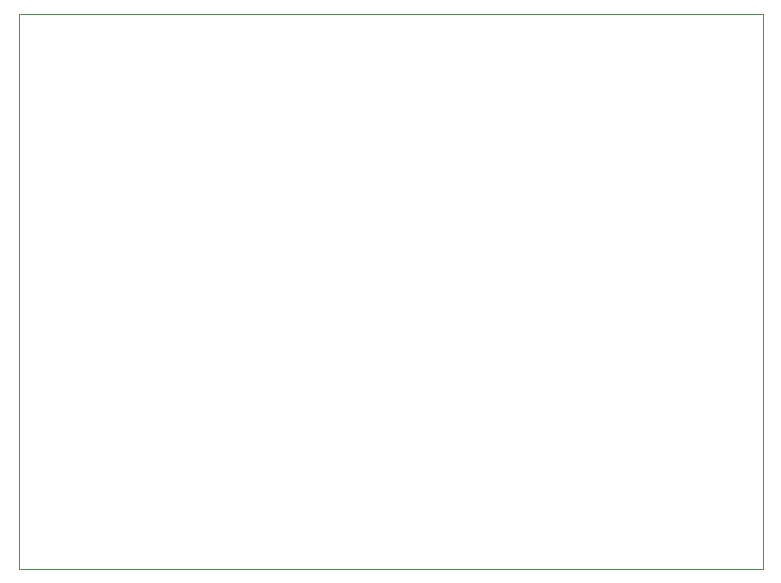
<source format=gko>
%FSLAX46Y46*%
%MOMM*%
%ADD10C,0.010000*%
G01*
%LPD*%
G01*
%LPD*%
D10*
X0Y0D02*
X0Y47000000D01*
D10*
X0Y47000000D02*
X63000000Y47000000D01*
D10*
X63000000Y47000000D02*
X63000000Y0D01*
D10*
X63000000Y0D02*
X0Y0D01*
G75*
M02*

</source>
